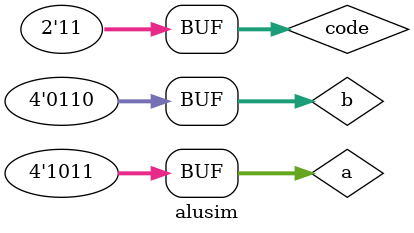
<source format=v>
module alutask(out,code,a,b);
  input [1:0] code;
  input [3:0] a,b;
  output [3:0] out;
  reg [3:0] out;
  
  task alu;
    input [3:0] code;
    input [3:0] a,b;
    output [3:0] out;
    integer i;
    
    begin
    case(code)
      2'b00:begin
            for(i=0;i<4;i=i+1)
              out[i]=a[i]&b[i];
            end
      2'b01:out=a|b;
      2'b10:out=a-b;
      2'b11:out=a+b;
    endcase
    end
  endtask
  
  always@(code or a or b)
    alu(code,a,b,out);
    
endmodule

module alusim;
  reg [1:0] code;
  reg [3:0] a,b;
  wire [3:0] out;
  
  initial 
  begin
    a=4'b1011;
    b=4'b0110;
  end
  
  initial 
    $monitor($time,"a=%b,b=%b, ,code=%b,out=%b",a,b,code,out);

  alutask at1(out,code,a,b);

  initial
  begin
    code=2'b00;
    #5 code=2'b01;
    #5 code=2'b10;
    #5 code=2'b11;
  end
  
endmodule
</source>
